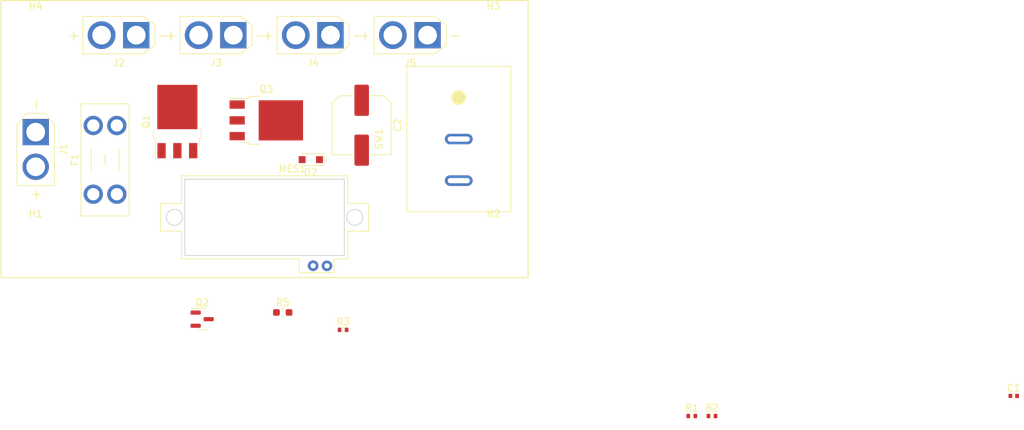
<source format=kicad_pcb>
(kicad_pcb (version 20211014) (generator pcbnew)
  (layers (0 "F.Cu" signal) (31 "B.Cu" signal) (34 "B.Paste" user) (35 "F.Paste" user) (36 "B.SilkS" user "B.Silkscreen") (37 "F.SilkS" user "F.Silkscreen") (38 "B.Mask" user) (39 "F.Mask" user) (44 "Edge.Cuts" user))
  (net 0 "")
  (net 1 "/S-S")
  (net 2 "Net-(Q2-Pad1)")
  (net 3 "VDD")
  (net 4 "GND")
  (net 5 "/12VBAT")
  (net 6 "Net-(F1-Pad2)")
  (net 7 "主電源スイッチ")
  (net 8 "Net-(Q2-Pad3)")
  (footprint "Capacitor_SMD:C_Elec_8x10.2" (layer "F.Cu") (at 52 18 -90)
    (fp_text reference "C2" (at 0 -5.2 90) (layer "F.SilkS"))
    (fp_text value "470uF")
    (fp_line (start 4.26 4.26) (end 4.26 1.31) (layer "F.SilkS") (width 0.12))
    (fp_line (start -3.195563 4.26) (end 4.26 4.26) (layer "F.SilkS") (width 0.12))
    (fp_line (start -4.26 3.195563) (end -4.26 1.31) (layer "F.SilkS") (width 0.12))
    (fp_line (start -4.26 -3.195563) (end -3.195563 -4.26) (layer "F.SilkS") (width 0.12))
    (fp_line (start -4.26 -3.195563) (end -4.26 -1.31) (layer "F.SilkS") (width 0.12))
    (fp_line (start -4.26 3.195563) (end -3.195563 4.26) (layer "F.SilkS") (width 0.12))
    (fp_line (start -3.195563 -4.26) (end 4.26 -4.26) (layer "F.SilkS") (width 0.12))
    (fp_line (start 4.26 -4.26) (end 4.26 -1.31) (layer "F.SilkS") (width 0.12))
    (pad "1" smd roundrect (at -3.6 0 270) (size 4.5 2.1) (layers "F.Cu" "F.Paste" "F.Mask") (roundrect_rratio 0.119048) (net 3 "VDD"))
    (pad "2" smd roundrect (at 3.6 0 270) (size 4.5 2.1) (layers "F.Cu" "F.Paste" "F.Mask") (roundrect_rratio 0.119048) (net 4 "GND"))
  )
  (footprint "Voltmeter:SuperSmallVoltmeter_twoline" (layer "F.Cu") (at 38 31.3)
    (fp_text reference "MES1" (at 4 -7 unlocked) (layer "F.SilkS"))
    (fp_text value "Voltmeter_DC")
    (fp_line (start -12 -6) (end -12 -2) (layer "F.SilkS") (width 0.12))
    (fp_line (start 12 -6) (end -12 -6) (layer "F.SilkS") (width 0.12))
    (fp_line (start 12 2) (end 15 2) (layer "F.SilkS") (width 0.12))
    (fp_line (start 12 -2) (end 12 -6) (layer "F.SilkS") (width 0.12))
    (fp_line (start -12 -2) (end -15 -2) (layer "F.SilkS") (width 0.12))
    (fp_line (start -15 -2) (end -15 2) (layer "F.SilkS") (width 0.12))
    (fp_line (start 15 -2) (end 12 -2) (layer "F.SilkS") (width 0.12))
    (fp_line (start 15 2) (end 15 -2) (layer "F.SilkS") (width 0.12))
    (fp_line (start -15 2) (end -12 2) (layer "F.SilkS") (width 0.12))
    (fp_line (start 5 8) (end 10 8) (layer "F.SilkS") (width 0.12))
    (fp_line (start -12 6) (end 5 6) (layer "F.SilkS") (width 0.12))
    (fp_line (start 10 8) (end 10 6) (layer "F.SilkS") (width 0.12))
    (fp_line (start -12 2) (end -12 6) (layer "F.SilkS") (width 0.12))
    (fp_line (start 12 6) (end 12 2) (layer "F.SilkS") (width 0.12))
    (fp_line (start 5 6) (end 5 8) (layer "F.SilkS") (width 0.12))
    (fp_line (start 10 6) (end 12 6) (layer "F.SilkS") (width 0.12))
    (fp_line (start -11.5 -2) (end -11.5 2) (layer "Edge.Cuts") (width 0.12))
    (fp_line (start -11.5 5.5) (end 11.5 5.5) (layer "Edge.Cuts") (width 0.12))
    (fp_line (start 11.5 -2) (end 11.5 -5.5) (layer "Edge.Cuts") (width 0.12))
    (fp_line (start 11.5 5.5) (end 11.5 2) (layer "Edge.Cuts") (width 0.12))
    (fp_line (start 11.5 -5.5) (end -11.5 -5.5) (layer "Edge.Cuts") (width 0.12))
    (fp_line (start -11.5 -5.5) (end -11.5 -2) (layer "Edge.Cuts") (width 0.12))
    (fp_line (start 11.5 2) (end 11.5 -2) (layer "Edge.Cuts") (width 0.12))
    (fp_line (start -11.5 2) (end -11.5 5.5) (layer "Edge.Cuts") (width 0.12))
    (fp_circle (center 13 0) (end 11.85 0) (layer "Edge.Cuts") (width 0.12) (fill none))
    (fp_circle (center -13 0) (end -14.15 0) (layer "Edge.Cuts") (width 0.12) (fill none))
    (pad "1" thru_hole circle (at 9 7) (size 1.524 1.524) (drill 0.762) (layers *.Cu *.Mask) (net 4 "GND"))
    (pad "2" thru_hole circle (at 7 6.985) (size 1.524 1.524) (drill 0.762) (layers *.Cu *.Mask) (net 3 "VDD"))
  )
  (footprint "Connector_AMASS:AMASS_XT30U-M_1x02_P5.0mm_Vertical" (layer "F.Cu") (at 5 19 -90)
    (fp_text reference "J1" (at 2.5 -4 90) (layer "F.SilkS"))
    (fp_text value "Conn_01x02_Male")
    (fp_text user "+" (at 9 0 90) (layer "F.SilkS") (effects (font (size 1.5 1.5))))
    (fp_text user "-" (at -4 0 90) (layer "F.SilkS") (effects (font (size 1.5 1.5))))
    (fp_line (start 7.71 -2.71) (end 7.71 2.71) (layer "F.SilkS") (width 0.12))
    (fp_line (start -2.71 -1.41) (end -2.71 1.41) (layer "F.SilkS") (width 0.12))
    (fp_line (start -2.71 1.41) (end -1.01 2.71) (layer "F.SilkS") (width 0.12))
    (fp_line (start -1.01 2.71) (end 7.71 2.71) (layer "F.SilkS") (width 0.12))
    (fp_line (start -1.01 -2.71) (end 7.71 -2.71) (layer "F.SilkS") (width 0.12))
    (fp_line (start -2.71 -1.41) (end -1.01 -2.71) (layer "F.SilkS") (width 0.12))
    (pad "1" thru_hole rect (at 0 0 270) (size 3.8 3.8) (drill 2.7) (layers *.Cu *.Mask) (net 4 "GND"))
    (pad "2" thru_hole circle (at 5 0 270) (size 3.8 3.8) (drill 2.7) (layers *.Cu *.Mask) (net 5 "/12VBAT"))
  )
  (footprint "Capacitor_SMD:C_0402_1005Metric" (layer "F.Cu") (at 146.02 57.08)
    (fp_text reference "C1" (at 0 -1.16) (layer "F.SilkS"))
    (fp_text value "1uF")
    (fp_line (start -0.107836 0.36) (end 0.107836 0.36) (layer "F.SilkS") (width 0.12))
    (fp_line (start -0.107836 -0.36) (end 0.107836 -0.36) (layer "F.SilkS") (width 0.12))
    (pad "1" smd roundrect (at -0.48 0) (size 0.56 0.62) (layers "F.Cu" "F.Paste" "F.Mask") (net 1 "/S-S"))
    (pad "2" smd roundrect (at 0.48 0) (size 0.56 0.62) (layers "F.Cu" "F.Paste" "F.Mask") (net 7 "主電源スイッチ"))
  )
  (footprint "MountingHole:MountingHole_3.2mm_M3" (layer "F.Cu") (at 71 5)
    (fp_text reference "H3" (at 0 -4.2) (layer "F.SilkS"))
    (fp_text value "MountingHole")
    (pad "" np_thru_hole circle (at 0 0) (size 3.2 3.2) (drill 3.2) (layers *.Cu *.Mask))
  )
  (footprint "Diode_SMD:D_SOD-323_HandSoldering" (layer "F.Cu") (at 44.67 22.97 180)
    (fp_text reference "D2" (at 0 -1.85) (layer "F.SilkS"))
    (fp_text value "1N5819WS")
    (fp_line (start -1.9 -0.85) (end 1.25 -0.85) (layer "F.SilkS") (width 0.12))
    (fp_line (start -1.9 -0.85) (end -1.9 0.85) (layer "F.SilkS") (width 0.12))
    (fp_line (start -1.9 0.85) (end 1.25 0.85) (layer "F.SilkS") (width 0.12))
    (pad "1" smd rect (at -1.25 0 180) (size 1 1) (layers "F.Cu" "F.Paste" "F.Mask") (net 3 "VDD"))
    (pad "2" smd rect (at 1.25 0 180) (size 1 1) (layers "F.Cu" "F.Paste" "F.Mask") (net 4 "GND"))
  )
  (footprint "Resistor_SMD:R_0402_1005Metric" (layer "F.Cu") (at 102.51 59.98)
    (fp_text reference "R2" (at 0 -1.17) (layer "F.SilkS"))
    (fp_text value "100k")
    (fp_line (start -0.153641 0.38) (end 0.153641 0.38) (layer "F.SilkS") (width 0.12))
    (fp_line (start -0.153641 -0.38) (end 0.153641 -0.38) (layer "F.SilkS") (width 0.12))
    (pad "1" smd roundrect (at -0.51 0) (size 0.54 0.64) (layers "F.Cu" "F.Paste" "F.Mask") (net 1 "/S-S"))
    (pad "2" smd roundrect (at 0.51 0) (size 0.54 0.64) (layers "F.Cu" "F.Paste" "F.Mask") (net 7 "主電源スイッチ"))
  )
  (footprint "Package_TO_SOT_SMD:TO-252-3_TabPin2" (layer "F.Cu") (at 25.425 17.475 90)
    (fp_text reference "Q1" (at 0 -4.5 90) (layer "F.SilkS"))
    (fp_text value "MTP4835I3")
    (fp_line (start -2.47 3.18) (end -3.57 3.18) (layer "F.SilkS") (width 0.12))
    (fp_line (start -0.97 3.45) (end -2.47 3.45) (layer "F.SilkS") (width 0.12))
    (fp_line (start -2.47 -3.45) (end -2.47 -3.18) (layer "F.SilkS") (width 0.12))
    (fp_line (start -2.47 3.45) (end -2.47 3.18) (layer "F.SilkS") (width 0.12))
    (fp_line (start -0.97 -3.45) (end -2.47 -3.45) (layer "F.SilkS") (width 0.12))
    (fp_line (start -2.47 -3.18) (end -5.3 -3.18) (layer "F.SilkS") (width 0.12))
    (pad "1" smd rect (at -4.2 -2.28 90) (size 2.2 1.2) (layers "F.Cu" "F.Paste" "F.Mask") (net 4 "GND"))
    (pad "2" smd rect (at 2.1 0 90) (size 6.4 5.8) (layers "F.Cu" "F.Mask") (net 6 "Net-(F1-Pad2)"))
    (pad "2" smd rect (at -4.2 0 90) (size 2.2 1.2) (layers "F.Cu" "F.Paste" "F.Mask") (net 6 "Net-(F1-Pad2)"))
    (pad "3" smd rect (at -4.2 2.28 90) (size 2.2 1.2) (layers "F.Cu" "F.Paste" "F.Mask") (net 1 "/S-S"))
  )
  (footprint "Connector_AMASS:AMASS_XT30U-F_1x02_P5.0mm_Vertical" (layer "F.Cu") (at 61.5 5 180)
    (fp_text reference "J5" (at 2.5 -4) (layer "F.SilkS"))
    (fp_text value "Conn_01x02_Female")
    (fp_text user "+" (at 9 0) (layer "F.SilkS") (effects (font (size 1.5 1.5))))
    (fp_text user "-" (at -4 0) (layer "F.SilkS") (effects (font (size 1.5 1.5))))
    (fp_line (start -1.01 2.71) (end 7.71 2.71) (layer "F.SilkS") (width 0.12))
    (fp_line (start 7.71 -2.71) (end 7.71 2.71) (layer "F.SilkS") (width 0.12))
    (fp_line (start -2.71 1.41) (end -1.01 2.71) (layer "F.SilkS") (width 0.12))
    (fp_line (start -2.71 -1.41) (end -2.71 1.41) (layer "F.SilkS") (width 0.12))
    (fp_line (start -2.71 -1.41) (end -1.01 -2.71) (layer "F.SilkS") (width 0.12))
    (fp_line (start -1.01 -2.71) (end 7.71 -2.71) (layer "F.SilkS") (width 0.12))
    (pad "1" thru_hole rect (at 0 0 180) (size 3.8 3.8) (drill 2.7) (layers *.Cu *.Mask) (net 4 "GND"))
    (pad "2" thru_hole circle (at 5 0 180) (size 4 4) (drill 2.7) (layers *.Cu *.Mask) (net 3 "VDD"))
  )
  (footprint "MountingHole:MountingHole_3.2mm_M3" (layer "F.Cu") (at 5 35)
    (fp_text reference "H1" (at 0 -4.2) (layer "F.SilkS"))
    (fp_text value "MountingHole")
    (pad "" np_thru_hole circle (at 0 0) (size 3.2 3.2) (drill 3.2) (layers *.Cu *.Mask))
  )
  (footprint "MountingHole:MountingHole_3.2mm_M3" (layer "F.Cu") (at 71 35)
    (fp_text reference "H2" (at 0 -4.2) (layer "F.SilkS"))
    (fp_text value "MountingHole")
    (pad "" np_thru_hole circle (at 0 0) (size 3.2 3.2) (drill 3.2) (layers *.Cu *.Mask))
  )
  (footprint "Package_TO_SOT_SMD:SOT-23" (layer "F.Cu") (at 29 46)
    (fp_text reference "Q2" (at 0 -2.4) (layer "F.SilkS"))
    (fp_text value "BSS138")
    (fp_line (start 0 1.56) (end 0.65 1.56) (layer "F.SilkS") (width 0.12))
    (fp_line (start 0 -1.56) (end -1.675 -1.56) (layer "F.SilkS") (width 0.12))
    (fp_line (start 0 1.56) (end -0.65 1.56) (layer "F.SilkS") (width 0.12))
    (fp_line (start 0 -1.56) (end 0.65 -1.56) (layer "F.SilkS") (width 0.12))
    (pad "1" smd roundrect (at -0.9375 -0.95) (size 1.475 0.6) (layers "F.Cu" "F.Paste" "F.Mask") (net 2 "Net-(Q2-Pad1)"))
    (pad "2" smd roundrect (at -0.9375 0.95) (size 1.475 0.6) (layers "F.Cu" "F.Paste" "F.Mask") (net 4 "GND"))
    (pad "3" smd roundrect (at 0.9375 0) (size 1.475 0.6) (layers "F.Cu" "F.Paste" "F.Mask") (net 8 "Net-(Q2-Pad3)"))
  )
  (footprint "Package_TO_SOT_SMD:TO-252-3_TabPin2" (layer "F.Cu") (at 38.25 17.3)
    (fp_text reference "Q3" (at 0 -4.5) (layer "F.SilkS"))
    (fp_text value "MTP4835I3")
    (fp_line (start -0.97 3.45) (end -2.47 3.45) (layer "F.SilkS") (width 0.12))
    (fp_line (start -2.47 -3.18) (end -5.3 -3.18) (layer "F.SilkS") (width 0.12))
    (fp_line (start -2.47 3.18) (end -3.57 3.18) (layer "F.SilkS") (width 0.12))
    (fp_line (start -0.97 -3.45) (end -2.47 -3.45) (layer "F.SilkS") (width 0.12))
    (fp_line (start -2.47 -3.45) (end -2.47 -3.18) (layer "F.SilkS") (width 0.12))
    (fp_line (start -2.47 3.45) (end -2.47 3.18) (layer "F.SilkS") (width 0.12))
    (pad "1" smd rect (at -4.2 -2.28) (size 2.2 1.2) (layers "F.Cu" "F.Paste" "F.Mask") (net 7 "主電源スイッチ"))
    (pad "2" smd rect (at -4.2 0) (size 2.2 1.2) (layers "F.Cu" "F.Paste" "F.Mask") (net 3 "VDD"))
    (pad "2" smd rect (at 2.1 0) (size 6.4 5.8) (layers "F.Cu" "F.Mask") (net 3 "VDD"))
    (pad "3" smd rect (at -4.2 2.28) (size 2.2 1.2) (layers "F.Cu" "F.Paste" "F.Mask") (net 1 "/S-S"))
  )
  (footprint "Connector_AMASS:AMASS_XT30U-F_1x02_P5.0mm_Vertical" (layer "F.Cu") (at 47.5 5 180)
    (fp_text reference "J4" (at 2.5 -4) (layer "F.SilkS"))
    (fp_text value "Conn_01x02_Female")
    (fp_text user "-" (at -4 0) (layer "F.SilkS") (effects (font (size 1.5 1.5))))
    (fp_text user "+" (at 9 0) (layer "F.SilkS") (effects (font (size 1.5 1.5))))
    (fp_line (start 7.71 -2.71) (end 7.71 2.71) (layer "F.SilkS") (width 0.12))
    (fp_line (start -2.71 -1.41) (end -1.01 -2.71) (layer "F.SilkS") (width 0.12))
    (fp_line (start -2.71 -1.41) (end -2.71 1.41) (layer "F.SilkS") (width 0.12))
    (fp_line (start -2.71 1.41) (end -1.01 2.71) (layer "F.SilkS") (width 0.12))
    (fp_line (start -1.01 -2.71) (end 7.71 -2.71) (layer "F.SilkS") (width 0.12))
    (fp_line (start -1.01 2.71) (end 7.71 2.71) (layer "F.SilkS") (width 0.12))
    (pad "1" thru_hole rect (at 0 0 180) (size 3.8 3.8) (drill 2.7) (layers *.Cu *.Mask) (net 4 "GND"))
    (pad "2" thru_hole circle (at 5 0 180) (size 4 4) (drill 2.7) (layers *.Cu *.Mask) (net 3 "VDD"))
  )
  (footprint "Resistor_SMD:R_0603_1608Metric_Pad0.98x0.95mm_HandSolder" (layer "F.Cu") (at 40.62 45.03)
    (fp_text reference "R5" (at 0 -1.43) (layer "F.SilkS"))
    (fp_text value "10k")
    (fp_line (start -0.254724 0.5225) (end 0.254724 0.5225) (layer "F.SilkS") (width 0.12))
    (fp_line (start -0.254724 -0.5225) (end 0.254724 -0.5225) (layer "F.SilkS") (width 0.12))
    (pad "1" smd roundrect (at -0.9125 0) (size 0.975 0.95) (layers "F.Cu" "F.Paste" "F.Mask") (net 2 "Net-(Q2-Pad1)"))
    (pad "2" smd roundrect (at 0.9125 0) (size 0.975 0.95) (layers "F.Cu" "F.Paste" "F.Mask") (net 4 "GND"))
  )
  (footprint "Resistor_SMD:R_0402_1005Metric" (layer "F.Cu") (at 99.6 59.98)
    (fp_text reference "R1" (at 0 -1.17) (layer "F.SilkS"))
    (fp_text value "10k")
    (fp_line (start -0.153641 0.38) (end 0.153641 0.38) (layer "F.SilkS") (width 0.12))
    (fp_line (start -0.153641 -0.38) (end 0.153641 -0.38) (layer "F.SilkS") (width 0.12))
    (pad "1" smd roundrect (at -0.51 0) (size 0.54 0.64) (layers "F.Cu" "F.Paste" "F.Mask") (net 1 "/S-S"))
    (pad "2" smd roundrect (at 0.51 0) (size 0.54 0.64) (layers "F.Cu" "F.Paste" "F.Mask") (net 4 "GND"))
  )
  (footprint "MountingHole:MountingHole_3.2mm_M3" (layer "F.Cu") (at 5 5)
    (fp_text reference "H4" (at 0 -4.2) (layer "F.SilkS"))
    (fp_text value "MountingHole")
    (pad "" np_thru_hole circle (at 0 0) (size 3.2 3.2) (drill 3.2) (layers *.Cu *.Mask))
  )
  (footprint "Rocker_Switch:DS-850K-S-ON" (layer "F.Cu") (at 66 20 90)
    (fp_text reference "SW1" (at 0 -11.5 90 unlocked) (layer "F.SilkS"))
    (fp_text value "SW_SPST")
    (fp_rect (start 10.5 -7.5) (end -10.5 7.5) (layer "F.SilkS") (width 0.12) (fill none))
    (fp_circle (center 6 0) (end 7 0) (layer "F.SilkS") (width 0.12) (fill solid))
    (pad "1" thru_hole oval (at -6 0 90) (size 1.524 4) (drill oval 0.762 3.2) (layers *.Cu *.Mask) (net 2 "Net-(Q2-Pad1)"))
    (pad "2" thru_hole oval (at 0 0 270) (size 1.524 4) (drill oval 0.762 3.2) (layers *.Cu *.Mask) (net 1 "/S-S"))
  )
  (footprint "Resistor_SMD:R_0402_1005Metric" (layer "F.Cu") (at 49.32 47.54)
    (fp_text reference "R3" (at 0 -1.17) (layer "F.SilkS"))
    (fp_text value "10k")
    (fp_line (start -0.153641 0.38) (end 0.153641 0.38) (layer "F.SilkS") (width 0.12))
    (fp_line (start -0.153641 -0.38) (end 0.153641 -0.38) (layer "F.SilkS") (width 0.12))
    (pad "1" smd roundrect (at -0.51 0) (size 0.54 0.64) (layers "F.Cu" "F.Paste" "F.Mask") (net 7 "主電源スイッチ"))
    (pad "2" smd roundrect (at 0.51 0) (size 0.54 0.64) (layers "F.Cu" "F.Paste" "F.Mask") (net 8 "Net-(Q2-Pad3)"))
  )
  (footprint "Connector_AMASS:AMASS_XT30U-F_1x02_P5.0mm_Vertical" (layer "F.Cu") (at 19.5 5 180)
    (fp_text reference "J2" (at 2.5 -4) (layer "F.SilkS"))
    (fp_text value "Conn_01x02_Female")
    (fp_text user "+" (at 9 0) (layer "F.SilkS") (effects (font (size 1.5 1.5))))
    (fp_text user "-" (at -4 0) (layer "F.SilkS") (effects (font (size 1.5 1.5))))
    (fp_line (start -2.71 -1.41) (end -2.71 1.41) (layer "F.SilkS") (width 0.12))
    (fp_line (start -1.01 -2.71) (end 7.71 -2.71) (layer "F.SilkS") (width 0.12))
    (fp_line (start 7.71 -2.71) (end 7.71 2.71) (layer "F.SilkS") (width 0.12))
    (fp_line (start -2.71 1.41) (end -1.01 2.71) (layer "F.SilkS") (width 0.12))
    (fp_line (start -2.71 -1.41) (end -1.01 -2.71) (layer "F.SilkS") (width 0.12))
    (fp_line (start -1.01 2.71) (end 7.71 2.71) (layer "F.SilkS") (width 0.12))
    (pad "1" thru_hole rect (at 0 0 180) (size 3.8 3.8) (drill 2.7) (layers *.Cu *.Mask) (net 4 "GND"))
    (pad "2" thru_hole circle (at 5 0 180) (size 4 4) (drill 2.7) (layers *.Cu *.Mask) (net 3 "VDD"))
  )
  (footprint "Fuse:Fuseholder_Blade_Mini_Keystone_3568" (layer "F.Cu") (at 13.3 27.96 90)
    (fp_text reference "F1" (at 4.96 -2.67 90) (layer "F.SilkS"))
    (fp_text value "Fuse")
    (fp_line (start 13.06 5.17) (end 13.06 -1.77) (layer "F.SilkS") (width 0.12))
    (fp_line (start -3.14 -1.77) (end -3.14 5.17) (layer "F.SilkS") (width 0.12))
    (fp_line (start 4.21 1.7) (end 5.71 1.7) (layer "F.SilkS") (width 0.12))
    (fp_line (start -3.14 5.17) (end 13.06 5.17) (layer "F.SilkS") (width 0.12))
    (fp_line (start 6.56 3.7) (end 3.36 3.7) (layer "F.SilkS") (width 0.12))
    (fp_line (start 3.36 -0.3) (end 6.56 -0.3) (layer "F.SilkS") (width 0.12))
    (fp_line (start 13.06 -1.77) (end -3.14 -1.77) (layer "F.SilkS") (width 0.12))
    (pad "1" thru_hole circle (at 0 0 90) (size 2.78 2.78) (drill 1.78) (layers *.Cu *.Mask) (net 5 "/12VBAT"))
    (pad "1" thru_hole circle (at 0 3.4 90) (size 2.78 2.78) (drill 1.78) (layers *.Cu *.Mask) (net 5 "/12VBAT"))
    (pad "2" thru_hole circle (at 9.92 0 90) (size 2.78 2.78) (drill 1.78) (layers *.Cu *.Mask) (net 6 "Net-(F1-Pad2)"))
    (pad "2" thru_hole circle (at 9.92 3.4 90) (size 2.78 2.78) (drill 1.78) (layers *.Cu *.Mask) (net 6 "Net-(F1-Pad2)"))
  )
  (footprint "Connector_AMASS:AMASS_XT30U-F_1x02_P5.0mm_Vertical" (layer "F.Cu") (at 33.5 5 180)
    (fp_text reference "J3" (at 2.5 -4) (layer "F.SilkS"))
    (fp_text value "Conn_01x02_Female")
    (fp_text user "+" (at 9 0) (layer "F.SilkS") (effects (font (size 1.5 1.5))))
    (fp_text user "-" (at -4 0) (layer "F.SilkS") (effects (font (size 1.5 1.5))))
    (fp_line (start -1.01 -2.71) (end 7.71 -2.71) (layer "F.SilkS") (width 0.12))
    (fp_line (start -2.71 -1.41) (end -1.01 -2.71) (layer "F.SilkS") (width 0.12))
    (fp_line (start -2.71 1.41) (end -1.01 2.71) (layer "F.SilkS") (width 0.12))
    (fp_line (start -1.01 2.71) (end 7.71 2.71) (layer "F.SilkS") (width 0.12))
    (fp_line (start 7.71 -2.71) (end 7.71 2.71) (layer "F.SilkS") (width 0.12))
    (fp_line (start -2.71 -1.41) (end -2.71 1.41) (layer "F.SilkS") (width 0.12))
    (pad "1" thru_hole rect (at 0 0 180) (size 3.8 3.8) (drill 2.7) (layers *.Cu *.Mask) (net 4 "GND"))
    (pad "2" thru_hole circle (at 5 0 180) (size 4 4) (drill 2.7) (layers *.Cu *.Mask) (net 3 "VDD"))
  )
  (gr_rect (start 0 0) (end 76 40) (layer "F.SilkS") (width 0.15) (fill none))
)
</source>
